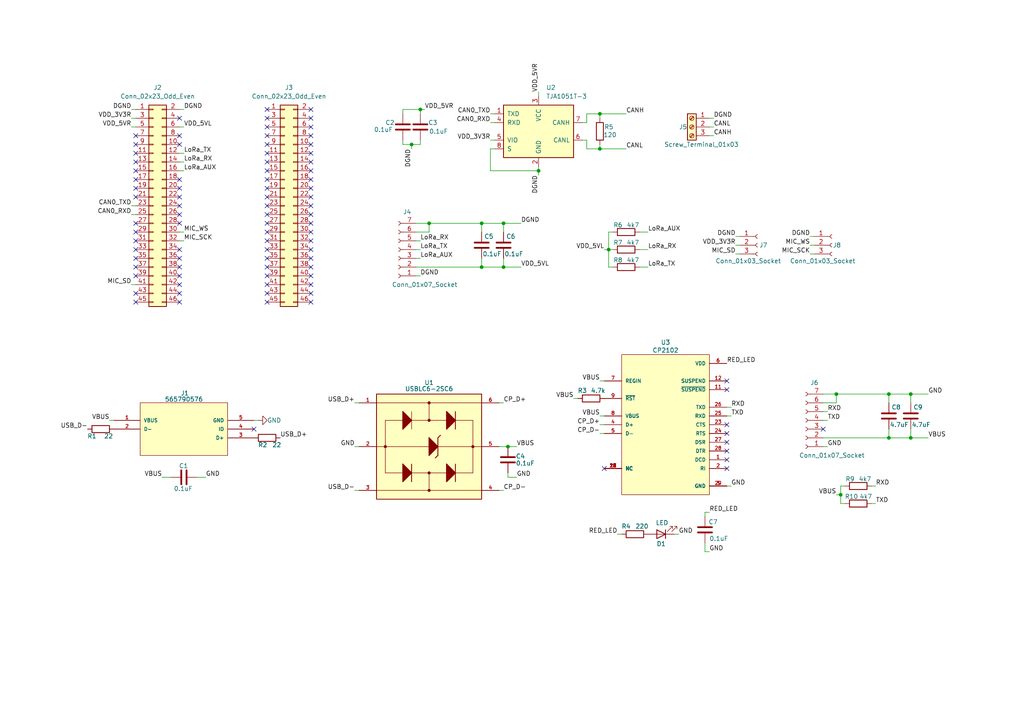
<source format=kicad_sch>
(kicad_sch (version 20231120) (generator "eeschema") (generator_version "8.0")
  (paper "A4")
  (lib_symbols
    (symbol "565790576:565790576" (pin_names (offset 1.016))
      (property "Reference" "J" (at 15.5956 9.1186 0))
      (property "Value" "565790576" (at 14.9606 6.5786 0))
      (symbol "565790576_0_0"
        (rectangle (start 7.62 -10.16) (end 33.02 5.08) (stroke (width 0.1524)) (fill (type background)))
        (pin power_in line (at 0 0 0) (length 7.62) (name "VBUS") (number "1"))
        (pin bidirectional line (at 0 -2.54 0) (length 7.62) (name "D-") (number "2"))
        (pin bidirectional line (at 40.64 -5.08 180) (length 7.62) (name "D+") (number "3"))
        (pin bidirectional line (at 40.64 -2.54 180) (length 7.62) (name "ID") (number "4"))
        (pin passive line (at 40.64 0 180) (length 7.62) (name "GND") (number "5"))
      )
    )
    (symbol "CP2102:CP2102" (pin_names (offset 1.016))
      (property "Reference" "U" (at -12.7 21.082 0))
      (property "Value" "CP2102" (at -12.7 -22.86 0))
      (symbol "CP2102_0_0"
        (rectangle (start -12.7 -20.32) (end 12.7 20.32) (stroke (width 0.1524)) (fill (type background)))
        (pin input line (at 17.78 -10.16 180) (length 5.08) (name "DCD") (number "1"))
        (pin passive line (at -17.78 -12.7 0) (length 5.08) (name "NC") (number "10"))
        (pin output line (at 17.78 10.16 180) (length 5.08) (name "~{SUSPEND}") (number "11"))
        (pin output line (at 17.78 12.7 180) (length 5.08) (name "SUSPEND") (number "12"))
        (pin passive line (at -17.78 -12.7 0) (length 5.08) (name "NC") (number "13"))
        (pin passive line (at -17.78 -12.7 0) (length 5.08) (name "NC") (number "14"))
        (pin passive line (at -17.78 -12.7 0) (length 5.08) (name "NC") (number "15"))
        (pin passive line (at -17.78 -12.7 0) (length 5.08) (name "NC") (number "16"))
        (pin passive line (at -17.78 -12.7 0) (length 5.08) (name "NC") (number "17"))
        (pin passive line (at -17.78 -12.7 0) (length 5.08) (name "NC") (number "18"))
        (pin passive line (at -17.78 -12.7 0) (length 5.08) (name "NC") (number "19"))
        (pin input line (at 17.78 -12.7 180) (length 5.08) (name "RI") (number "2"))
        (pin passive line (at -17.78 -12.7 0) (length 5.08) (name "NC") (number "20"))
        (pin passive line (at -17.78 -12.7 0) (length 5.08) (name "NC") (number "21"))
        (pin passive line (at -17.78 -12.7 0) (length 5.08) (name "NC") (number "22"))
        (pin input line (at 17.78 0 180) (length 5.08) (name "CTS") (number "23"))
        (pin output line (at 17.78 -2.54 180) (length 5.08) (name "RTS") (number "24"))
        (pin input line (at 17.78 2.54 180) (length 5.08) (name "RXD") (number "25"))
        (pin output line (at 17.78 5.08 180) (length 5.08) (name "TXD") (number "26"))
        (pin input line (at 17.78 -5.08 180) (length 5.08) (name "DSR") (number "27"))
        (pin output line (at 17.78 -7.62 180) (length 5.08) (name "DTR") (number "28"))
        (pin power_in line (at 17.78 -17.78 180) (length 5.08) (name "GND") (number "29"))
        (pin power_in line (at 17.78 -17.78 180) (length 5.08) (name "GND") (number "3"))
        (pin bidirectional line (at -17.78 0 0) (length 5.08) (name "D+") (number "4"))
        (pin bidirectional line (at -17.78 -2.54 0) (length 5.08) (name "D-") (number "5"))
        (pin power_in line (at 17.78 17.78 180) (length 5.08) (name "VDD") (number "6"))
        (pin input line (at -17.78 12.7 0) (length 5.08) (name "REGIN") (number "7"))
        (pin input line (at -17.78 2.54 0) (length 5.08) (name "VBUS") (number "8"))
        (pin bidirectional line (at -17.78 7.62 0) (length 5.08) (name "~{RST}") (number "9"))
      )
    )
    (symbol "Connector:Conn_01x03_Socket" (pin_names (offset 1.016) hide)
      (property "Reference" "J" (at 0 5.08 0))
      (property "Value" "Conn_01x03_Socket" (at 0 -5.08 0))
      (symbol "Conn_01x03_Socket_1_1"
        (arc (start 0 -2.032) (mid -0.5058 -2.54) (end 0 -3.048) (stroke (width 0.1524)))
        (polyline (pts (xy -1.27 -2.54) (xy -0.508 -2.54)) (stroke (width 0.1524)))
        (polyline (pts (xy -1.27 0) (xy -0.508 0)) (stroke (width 0.1524)))
        (polyline (pts (xy -1.27 2.54) (xy -0.508 2.54)) (stroke (width 0.1524)))
        (arc (start 0 0.508) (mid -0.5058 0) (end 0 -0.508) (stroke (width 0.1524)))
        (arc (start 0 3.048) (mid -0.5058 2.54) (end 0 2.032) (stroke (width 0.1524)))
        (pin passive line (at -5.08 2.54 0) (length 3.81) (name "Pin_1") (number "1"))
        (pin passive line (at -5.08 0 0) (length 3.81) (name "Pin_2") (number "2"))
        (pin passive line (at -5.08 -2.54 0) (length 3.81) (name "Pin_3") (number "3"))
      )
    )
    (symbol "Connector:Conn_01x07_Socket" (pin_names (offset 1.016) hide)
      (property "Reference" "J" (at 0 10.16 0))
      (property "Value" "Conn_01x07_Socket" (at 0 -10.16 0))
      (symbol "Conn_01x07_Socket_1_1"
        (arc (start 0 -7.112) (mid -0.5058 -7.62) (end 0 -8.128) (stroke (width 0.1524)))
        (arc (start 0 -4.572) (mid -0.5058 -5.08) (end 0 -5.588) (stroke (width 0.1524)))
        (arc (start 0 -2.032) (mid -0.5058 -2.54) (end 0 -3.048) (stroke (width 0.1524)))
        (polyline (pts (xy -1.27 -7.62) (xy -0.508 -7.62)) (stroke (width 0.1524)))
        (polyline (pts (xy -1.27 -5.08) (xy -0.508 -5.08)) (stroke (width 0.1524)))
        (polyline (pts (xy -1.27 -2.54) (xy -0.508 -2.54)) (stroke (width 0.1524)))
        (polyline (pts (xy -1.27 0) (xy -0.508 0)) (stroke (width 0.1524)))
        (polyline (pts (xy -1.27 2.54) (xy -0.508 2.54)) (stroke (width 0.1524)))
        (polyline (pts (xy -1.27 5.08) (xy -0.508 5.08)) (stroke (width 0.1524)))
        (polyline (pts (xy -1.27 7.62) (xy -0.508 7.62)) (stroke (width 0.1524)))
        (arc (start 0 0.508) (mid -0.5058 0) (end 0 -0.508) (stroke (width 0.1524)))
        (arc (start 0 3.048) (mid -0.5058 2.54) (end 0 2.032) (stroke (width 0.1524)))
        (arc (start 0 5.588) (mid -0.5058 5.08) (end 0 4.572) (stroke (width 0.1524)))
        (arc (start 0 8.128) (mid -0.5058 7.62) (end 0 7.112) (stroke (width 0.1524)))
        (pin passive line (at -5.08 7.62 0) (length 3.81) (name "Pin_1") (number "1"))
        (pin passive line (at -5.08 5.08 0) (length 3.81) (name "Pin_2") (number "2"))
        (pin passive line (at -5.08 2.54 0) (length 3.81) (name "Pin_3") (number "3"))
        (pin passive line (at -5.08 0 0) (length 3.81) (name "Pin_4") (number "4"))
        (pin passive line (at -5.08 -2.54 0) (length 3.81) (name "Pin_5") (number "5"))
        (pin passive line (at -5.08 -5.08 0) (length 3.81) (name "Pin_6") (number "6"))
        (pin passive line (at -5.08 -7.62 0) (length 3.81) (name "Pin_7") (number "7"))
      )
    )
    (symbol "Connector:Screw_Terminal_01x03" (pin_names (offset 1.016) hide)
      (property "Reference" "J" (at 0 5.08 0))
      (property "Value" "Screw_Terminal_01x03" (at 0 -5.08 0))
      (symbol "Screw_Terminal_01x03_1_1"
        (rectangle (start -1.27 3.81) (end 1.27 -3.81) (stroke (width 0.254)) (fill (type background)))
        (circle (center 0 -2.54) (radius 0.635) (stroke (width 0.1524)))
        (polyline (pts (xy -0.5334 -2.2098) (xy 0.3302 -3.048)) (stroke (width 0.1524)))
        (polyline (pts (xy -0.5334 0.3302) (xy 0.3302 -0.508)) (stroke (width 0.1524)))
        (polyline (pts (xy -0.5334 2.8702) (xy 0.3302 2.032)) (stroke (width 0.1524)))
        (polyline (pts (xy -0.3556 -2.032) (xy 0.508 -2.8702)) (stroke (width 0.1524)))
        (polyline (pts (xy -0.3556 0.508) (xy 0.508 -0.3302)) (stroke (width 0.1524)))
        (polyline (pts (xy -0.3556 3.048) (xy 0.508 2.2098)) (stroke (width 0.1524)))
        (circle (center 0 0) (radius 0.635) (stroke (width 0.1524)))
        (circle (center 0 2.54) (radius 0.635) (stroke (width 0.1524)))
        (pin passive line (at -5.08 2.54 0) (length 3.81) (name "Pin_1") (number "1"))
        (pin passive line (at -5.08 0 0) (length 3.81) (name "Pin_2") (number "2"))
        (pin passive line (at -5.08 -2.54 0) (length 3.81) (name "Pin_3") (number "3"))
      )
    )
    (symbol "Connector_Generic:Conn_02x23_Odd_Even" (pin_names (offset 1.016) hide)
      (property "Reference" "J" (at 1.27 30.48 0))
      (property "Value" "Conn_02x23_Odd_Even" (at 1.27 -30.48 0))
      (symbol "Conn_02x23_Odd_Even_1_1"
        (rectangle (start -1.27 -27.813) (end 0 -28.067) (stroke (width 0.1524)))
        (rectangle (start -1.27 -25.273) (end 0 -25.527) (stroke (width 0.1524)))
        (rectangle (start -1.27 -22.733) (end 0 -22.987) (stroke (width 0.1524)))
        (rectangle (start -1.27 -20.193) (end 0 -20.447) (stroke (width 0.1524)))
        (rectangle (start -1.27 -17.653) (end 0 -17.907) (stroke (width 0.1524)))
        (rectangle (start -1.27 -15.113) (end 0 -15.367) (stroke (width 0.1524)))
        (rectangle (start -1.27 -12.573) (end 0 -12.827) (stroke (width 0.1524)))
        (rectangle (start -1.27 -10.033) (end 0 -10.287) (stroke (width 0.1524)))
        (rectangle (start -1.27 -7.493) (end 0 -7.747) (stroke (width 0.1524)))
        (rectangle (start -1.27 -4.953) (end 0 -5.207) (stroke (width 0.1524)))
        (rectangle (start -1.27 -2.413) (end 0 -2.667) (stroke (width 0.1524)))
        (rectangle (start -1.27 0.127) (end 0 -0.127) (stroke (width 0.1524)))
        (rectangle (start -1.27 2.667) (end 0 2.413) (stroke (width 0.1524)))
        (rectangle (start -1.27 5.207) (end 0 4.953) (stroke (width 0.1524)))
        (rectangle (start -1.27 7.747) (end 0 7.493) (stroke (width 0.1524)))
        (rectangle (start -1.27 10.287) (end 0 10.033) (stroke (width 0.1524)))
        (rectangle (start -1.27 12.827) (end 0 12.573) (stroke (width 0.1524)))
        (rectangle (start -1.27 15.367) (end 0 15.113) (stroke (width 0.1524)))
        (rectangle (start -1.27 17.907) (end 0 17.653) (stroke (width 0.1524)))
        (rectangle (start -1.27 20.447) (end 0 20.193) (stroke (width 0.1524)))
        (rectangle (start -1.27 22.987) (end 0 22.733) (stroke (width 0.1524)))
        (rectangle (start -1.27 25.527) (end 0 25.273) (stroke (width 0.1524)))
        (rectangle (start -1.27 28.067) (end 0 27.813) (stroke (width 0.1524)))
        (rectangle (start -1.27 29.21) (end 3.81 -29.21) (stroke (width 0.254)) (fill (type background)))
        (rectangle (start 3.81 -27.813) (end 2.54 -28.067) (stroke (width 0.1524)))
        (rectangle (start 3.81 -25.273) (end 2.54 -25.527) (stroke (width 0.1524)))
        (rectangle (start 3.81 -22.733) (end 2.54 -22.987) (stroke (width 0.1524)))
        (rectangle (start 3.81 -20.193) (end 2.54 -20.447) (stroke (width 0.1524)))
        (rectangle (start 3.81 -17.653) (end 2.54 -17.907) (stroke (width 0.1524)))
        (rectangle (start 3.81 -15.113) (end 2.54 -15.367) (stroke (width 0.1524)))
        (rectangle (start 3.81 -12.573) (end 2.54 -12.827) (stroke (width 0.1524)))
        (rectangle (start 3.81 -10.033) (end 2.54 -10.287) (stroke (width 0.1524)))
        (rectangle (start 3.81 -7.493) (end 2.54 -7.747) (stroke (width 0.1524)))
        (rectangle (start 3.81 -4.953) (end 2.54 -5.207) (stroke (width 0.1524)))
        (rectangle (start 3.81 -2.413) (end 2.54 -2.667) (stroke (width 0.1524)))
        (rectangle (start 3.81 0.127) (end 2.54 -0.127) (stroke (width 0.1524)))
        (rectangle (start 3.81 2.667) (end 2.54 2.413) (stroke (width 0.1524)))
        (rectangle (start 3.81 5.207) (end 2.54 4.953) (stroke (width 0.1524)))
        (rectangle (start 3.81 7.747) (end 2.54 7.493) (stroke (width 0.1524)))
        (rectangle (start 3.81 10.287) (end 2.54 10.033) (stroke (width 0.1524)))
        (rectangle (start 3.81 12.827) (end 2.54 12.573) (stroke (width 0.1524)))
        (rectangle (start 3.81 15.367) (end 2.54 15.113) (stroke (width 0.1524)))
        (rectangle (start 3.81 17.907) (end 2.54 17.653) (stroke (width 0.1524)))
        (rectangle (start 3.81 20.447) (end 2.54 20.193) (stroke (width 0.1524)))
        (rectangle (start 3.81 22.987) (end 2.54 22.733) (stroke (width 0.1524)))
        (rectangle (start 3.81 25.527) (end 2.54 25.273) (stroke (width 0.1524)))
        (rectangle (start 3.81 28.067) (end 2.54 27.813) (stroke (width 0.1524)))
        (pin passive line (at -5.08 27.94 0) (length 3.81) (name "Pin_1") (number "1"))
        (pin passive line (at 7.62 17.78 180) (length 3.81) (name "Pin_10") (number "10"))
        (pin passive line (at -5.08 15.24 0) (length 3.81) (name "Pin_11") (number "11"))
        (pin passive line (at 7.62 15.24 180) (length 3.81) (name "Pin_12") (number "12"))
        (pin passive line (at -5.08 12.7 0) (length 3.81) (name "Pin_13") (number "13"))
        (pin passive line (at 7.62 12.7 180) (length 3.81) (name "Pin_14") (number "14"))
        (pin passive line (at -5.08 10.16 0) (length 3.81) (name "Pin_15") (number "15"))
        (pin passive line (at 7.62 10.16 180) (length 3.81) (name "Pin_16") (number "16"))
        (pin passive line (at -5.08 7.62 0) (length 3.81) (name "Pin_17") (number "17"))
        (pin passive line (at 7.62 7.62 180) (length 3.81) (name "Pin_18") (number "18"))
        (pin passive line (at -5.08 5.08 0) (length 3.81) (name "Pin_19") (number "19"))
        (pin passive line (at 7.62 27.94 180) (length 3.81) (name "Pin_2") (number "2"))
        (pin passive line (at 7.62 5.08 180) (length 3.81) (name "Pin_20") (number "20"))
        (pin passive line (at -5.08 2.54 0) (length 3.81) (name "Pin_21") (number "21"))
        (pin passive line (at 7.62 2.54 180) (length 3.81) (name "Pin_22") (number "22"))
        (pin passive line (at -5.08 0 0) (length 3.81) (name "Pin_23") (number "23"))
        (pin passive line (at 7.62 0 180) (length 3.81) (name "Pin_24") (number "24"))
        (pin passive line (at -5.08 -2.54 0) (length 3.81) (name "Pin_25") (number "25"))
        (pin passive line (at 7.62 -2.54 180) (length 3.81) (name "Pin_26") (number "26"))
        (pin passive line (at -5.08 -5.08 0) (length 3.81) (name "Pin_27") (number "27"))
        (pin passive line (at 7.62 -5.08 180) (length 3.81) (name "Pin_28") (number "28"))
        (pin passive line (at -5.08 -7.62 0) (length 3.81) (name "Pin_29") (number "29"))
        (pin passive line (at -5.08 25.4 0) (length 3.81) (name "Pin_3") (number "3"))
        (pin passive line (at 7.62 -7.62 180) (length 3.81) (name "Pin_30") (number "30"))
        (pin passive line (at -5.08 -10.16 0) (length 3.81) (name "Pin_31") (number "31"))
        (pin passive line (at 7.62 -10.16 180) (length 3.81) (name "Pin_32") (number "32"))
        (pin passive line (at -5.08 -12.7 0) (length 3.81) (name "Pin_33") (number "33"))
        (pin passive line (at 7.62 -12.7 180) (length 3.81) (name "Pin_34") (number "34"))
        (pin passive line (at -5.08 -15.24 0) (length 3.81) (name "Pin_35") (number "35"))
        (pin passive line (at 7.62 -15.24 180) (length 3.81) (name "Pin_36") (number "36"))
        (pin passive line (at -5.08 -17.78 0) (length 3.81) (name "Pin_37") (number "37"))
        (pin passive line (at 7.62 -17.78 180) (length 3.81) (name "Pin_38") (number "38"))
        (pin passive line (at -5.08 -20.32 0) (length 3.81) (name "Pin_39") (number "39"))
        (pin passive line (at 7.62 25.4 180) (length 3.81) (name "Pin_4") (number "4"))
        (pin passive line (at 7.62 -20.32 180) (length 3.81) (name "Pin_40") (number "40"))
        (pin passive line (at -5.08 -22.86 0) (length 3.81) (name "Pin_41") (number "41"))
        (pin passive line (at 7.62 -22.86 180) (length 3.81) (name "Pin_42") (number "42"))
        (pin passive line (at -5.08 -25.4 0) (length 3.81) (name "Pin_43") (number "43"))
        (pin passive line (at 7.62 -25.4 180) (length 3.81) (name "Pin_44") (number "44"))
        (pin passive line (at -5.08 -27.94 0) (length 3.81) (name "Pin_45") (number "45"))
        (pin passive line (at 7.62 -27.94 180) (length 3.81) (name "Pin_46") (number "46"))
        (pin passive line (at -5.08 22.86 0) (length 3.81) (name "Pin_5") (number "5"))
        (pin passive line (at 7.62 22.86 180) (length 3.81) (name "Pin_6") (number "6"))
        (pin passive line (at -5.08 20.32 0) (length 3.81) (name "Pin_7") (number "7"))
        (pin passive line (at 7.62 20.32 180) (length 3.81) (name "Pin_8") (number "8"))
        (pin passive line (at -5.08 17.78 0) (length 3.81) (name "Pin_9") (number "9"))
      )
    )
    (symbol "Device:C" (pin_numbers hide) (pin_names (offset 0.254))
      (property "Reference" "C" (at 0.635 2.54 0))
      (property "Value" "C" (at 0.635 -2.54 0))
      (symbol "C_0_1"
        (polyline (pts (xy -2.032 -0.762) (xy 2.032 -0.762)) (stroke (width 0.508)))
        (polyline (pts (xy -2.032 0.762) (xy 2.032 0.762)) (stroke (width 0.508)))
      )
      (symbol "C_1_1"
        (pin passive line (at 0 3.81 270) (length 2.794) (name "~") (number "1"))
        (pin passive line (at 0 -3.81 90) (length 2.794) (name "~") (number "2"))
      )
    )
    (symbol "Device:LED" (pin_numbers hide) (pin_names (offset 1.016) hide)
      (property "Reference" "D" (at 0 2.54 0))
      (property "Value" "LED" (at 0 -2.54 0))
      (symbol "LED_0_1"
        (polyline (pts (xy -1.27 -1.27) (xy -1.27 1.27)) (stroke (width 0.254)))
        (polyline (pts (xy -1.27 0) (xy 1.27 0)))
        (polyline (pts (xy 1.27 -1.27) (xy 1.27 1.27) (xy -1.27 0) (xy 1.27 -1.27)) (stroke (width 0.254)))
        (polyline (pts (xy -3.048 -0.762) (xy -4.572 -2.286) (xy -3.81 -2.286) (xy -4.572 -2.286) (xy -4.572 -1.524)))
        (polyline (pts (xy -1.778 -0.762) (xy -3.302 -2.286) (xy -2.54 -2.286) (xy -3.302 -2.286) (xy -3.302 -1.524)))
      )
      (symbol "LED_1_1"
        (pin passive line (at -3.81 0 0) (length 2.54) (name "K") (number "1"))
        (pin passive line (at 3.81 0 180) (length 2.54) (name "A") (number "2"))
      )
    )
    (symbol "Device:R" (pin_numbers hide) (pin_names (offset 0))
      (property "Reference" "R" (at 2.032 0 90))
      (property "Value" "R" (at 0 0 90))
      (symbol "R_0_1"
        (rectangle (start -1.016 -2.54) (end 1.016 2.54) (stroke (width 0.254)))
      )
      (symbol "R_1_1"
        (pin passive line (at 0 3.81 270) (length 1.27) (name "~") (number "1"))
        (pin passive line (at 0 -3.81 90) (length 1.27) (name "~") (number "2"))
      )
    )
    (symbol "Interface_CAN_LIN:TJA1051T-3" (pin_names (offset 1.016))
      (property "Reference" "U" (at -10.16 8.89 0))
      (property "Value" "TJA1051T-3" (at 1.27 8.89 0))
      (symbol "TJA1051T-3_0_1"
        (rectangle (start -10.16 7.62) (end 10.16 -7.62) (stroke (width 0.254)) (fill (type background)))
      )
      (symbol "TJA1051T-3_1_1"
        (pin input line (at -12.7 5.08 0) (length 2.54) (name "TXD") (number "1"))
        (pin power_in line (at 0 -10.16 90) (length 2.54) (name "GND") (number "2"))
        (pin power_in line (at 0 10.16 270) (length 2.54) (name "VCC") (number "3"))
        (pin output line (at -12.7 2.54 0) (length 2.54) (name "RXD") (number "4"))
        (pin power_in line (at -12.7 -2.54 0) (length 2.54) (name "VIO") (number "5"))
        (pin bidirectional line (at 12.7 -2.54 180) (length 2.54) (name "CANL") (number "6"))
        (pin bidirectional line (at 12.7 2.54 180) (length 2.54) (name "CANH") (number "7"))
        (pin input line (at -12.7 -5.08 0) (length 2.54) (name "S") (number "8"))
      )
    )
    (symbol "USBLC6-2SC6_SnapEDA:USBLC6-2SC6" (pin_names (offset 1.016))
      (property "Reference" "U" (at -15.2693 17.8093 0))
      (property "Value" "USBLC6-2SC6" (at -15.2559 -17.7959 0))
      (symbol "USBLC6-2SC6_0_0"
        (rectangle (start -15.24 -15.24) (end 15.24 15.24) (stroke (width 0.254)) (fill (type background)))
        (circle (center -12.7 0) (radius 0.254) (stroke (width 0.381)))
        (circle (center 0 -12.7) (radius 0.254) (stroke (width 0.381)))
        (circle (center 0 -7.62) (radius 0.254) (stroke (width 0.381)))
        (polyline (pts (xy -15.24 -12.7) (xy 0 -12.7)) (stroke (width 0.1524)))
        (polyline (pts (xy -15.24 12.7) (xy 0 12.7)) (stroke (width 0.1524)))
        (polyline (pts (xy -12.7 -7.62) (xy -7.62 -7.62)) (stroke (width 0.1524)))
        (polyline (pts (xy -12.7 0) (xy -15.24 0)) (stroke (width 0.1524)))
        (polyline (pts (xy -12.7 0) (xy -12.7 -7.62)) (stroke (width 0.1524)))
        (polyline (pts (xy -12.7 0) (xy 0 0)) (stroke (width 0.1524)))
        (polyline (pts (xy -12.7 7.62) (xy -12.7 0)) (stroke (width 0.1524)))
        (polyline (pts (xy -12.7 7.62) (xy -7.62 7.62)) (stroke (width 0.1524)))
        (polyline (pts (xy -7.62 -10.16) (xy -7.62 -7.62)) (stroke (width 0.254)))
        (polyline (pts (xy -7.62 -7.62) (xy -7.62 -5.08)) (stroke (width 0.254)))
        (polyline (pts (xy -7.62 -5.08) (xy -5.08 -7.62)) (stroke (width 0.254)))
        (polyline (pts (xy -7.62 5.08) (xy -7.62 7.62)) (stroke (width 0.254)))
        (polyline (pts (xy -7.62 7.62) (xy -7.62 10.16)) (stroke (width 0.254)))
        (polyline (pts (xy -7.62 10.16) (xy -5.08 7.62)) (stroke (width 0.254)))
        (polyline (pts (xy -5.08 -7.62) (xy -7.62 -10.16)) (stroke (width 0.254)))
        (polyline (pts (xy -5.08 -7.62) (xy -5.08 -10.16)) (stroke (width 0.254)))
        (polyline (pts (xy -5.08 -7.62) (xy 0 -7.62)) (stroke (width 0.1524)))
        (polyline (pts (xy -5.08 -5.08) (xy -5.08 -7.62)) (stroke (width 0.254)))
        (polyline (pts (xy -5.08 7.62) (xy -7.62 5.08)) (stroke (width 0.254)))
        (polyline (pts (xy -5.08 7.62) (xy -5.08 5.08)) (stroke (width 0.1524)))
        (polyline (pts (xy -5.08 7.62) (xy 0 7.62)) (stroke (width 0.1524)))
        (polyline (pts (xy -5.08 10.16) (xy -5.08 7.62)) (stroke (width 0.1524)))
        (polyline (pts (xy 0 -7.62) (xy 0 -12.7)) (stroke (width 0.1524)))
        (polyline (pts (xy 0 -7.62) (xy 5.08 -7.62)) (stroke (width 0.1524)))
        (polyline (pts (xy 0 -2.54) (xy 0 0)) (stroke (width 0.254)))
        (polyline (pts (xy 0 0) (xy 0 2.54)) (stroke (width 0.254)))
        (polyline (pts (xy 0 2.54) (xy 2.54 0)) (stroke (width 0.254)))
        (polyline (pts (xy 0 7.62) (xy 0 12.7)) (stroke (width 0.1524)))
        (polyline (pts (xy 0 7.62) (xy 5.08 7.62)) (stroke (width 0.1524)))
        (polyline (pts (xy 0 12.7) (xy 15.24 12.7)) (stroke (width 0.1524)))
        (polyline (pts (xy 2.54 -2.54) (xy 1.778 -3.302)) (stroke (width 0.254)))
        (polyline (pts (xy 2.54 0) (xy 0 -2.54)) (stroke (width 0.254)))
        (polyline (pts (xy 2.54 0) (xy 12.7 0)) (stroke (width 0.1524)))
        (polyline (pts (xy 2.54 2.54) (xy 2.54 -2.54)) (stroke (width 0.254)))
        (polyline (pts (xy 2.54 2.54) (xy 3.302 3.302)) (stroke (width 0.254)))
        (polyline (pts (xy 5.08 -10.16) (xy 5.08 -7.62)) (stroke (width 0.254)))
        (polyline (pts (xy 5.08 -7.62) (xy 5.08 -5.08)) (stroke (width 0.254)))
        (polyline (pts (xy 5.08 -5.08) (xy 7.62 -7.62)) (stroke (width 0.254)))
        (polyline (pts (xy 5.08 5.08) (xy 5.08 7.62)) (stroke (width 0.254)))
        (polyline (pts (xy 5.08 7.62) (xy 5.08 10.16)) (stroke (width 0.254)))
        (polyline (pts (xy 5.08 10.16) (xy 7.62 7.62)) (stroke (width 0.254)))
        (polyline (pts (xy 7.62 -7.62) (xy 5.08 -10.16)) (stroke (width 0.254)))
        (polyline (pts (xy 7.62 -7.62) (xy 7.62 -10.16)) (stroke (width 0.254)))
        (polyline (pts (xy 7.62 -7.62) (xy 12.7 -7.62)) (stroke (width 0.1524)))
        (polyline (pts (xy 7.62 -5.08) (xy 7.62 -7.62)) (stroke (width 0.254)))
        (polyline (pts (xy 7.62 7.62) (xy 5.08 5.08)) (stroke (width 0.254)))
        (polyline (pts (xy 7.62 7.62) (xy 7.62 5.08)) (stroke (width 0.254)))
        (polyline (pts (xy 7.62 7.62) (xy 12.7 7.62)) (stroke (width 0.1524)))
        (polyline (pts (xy 7.62 10.16) (xy 7.62 7.62)) (stroke (width 0.254)))
        (polyline (pts (xy 12.7 0) (xy 12.7 -7.62)) (stroke (width 0.1524)))
        (polyline (pts (xy 12.7 0) (xy 15.24 0)) (stroke (width 0.1524)))
        (polyline (pts (xy 12.7 7.62) (xy 12.7 0)) (stroke (width 0.1524)))
        (polyline (pts (xy 15.24 -12.7) (xy 0 -12.7)) (stroke (width 0.1524)))
        (polyline (pts (xy -7.62 -5.08) (xy -7.62 -10.16) (xy -5.08 -7.62) (xy -7.62 -5.08)) (stroke (width 0.254)) (fill (type outline)))
        (polyline (pts (xy -7.62 10.16) (xy -7.62 5.08) (xy -5.08 7.62) (xy -7.62 10.16)) (stroke (width 0.254)) (fill (type outline)))
        (polyline (pts (xy 0 2.54) (xy 0 -2.54) (xy 2.54 0) (xy 0 2.54)) (stroke (width 0.254)) (fill (type outline)))
        (polyline (pts (xy 5.08 -5.08) (xy 5.08 -10.16) (xy 7.62 -7.62) (xy 5.08 -5.08)) (stroke (width 0.254)) (fill (type outline)))
        (polyline (pts (xy 5.08 10.16) (xy 5.08 5.08) (xy 7.62 7.62) (xy 5.08 10.16)) (stroke (width 0.254)) (fill (type outline)))
        (circle (center 0 7.62) (radius 0.254) (stroke (width 0.381)))
        (circle (center 0 12.7) (radius 0.254) (stroke (width 0.381)))
        (circle (center 12.7 0) (radius 0.254) (stroke (width 0.381)))
        (pin bidirectional line (at -20.32 12.7 0) (length 5.08) (name "~") (number "1"))
        (pin power_in line (at -20.32 0 0) (length 5.08) (name "~") (number "2"))
        (pin bidirectional line (at -20.32 -12.7 0) (length 5.08) (name "~") (number "3"))
        (pin bidirectional line (at 20.32 -12.7 180) (length 5.08) (name "~") (number "4"))
        (pin power_in line (at 20.32 0 180) (length 5.08) (name "~") (number "5"))
        (pin bidirectional line (at 20.32 12.7 180) (length 5.08) (name "~") (number "6"))
      )
    )
    (symbol "power:GND" (power) (pin_numbers hide) (pin_names (offset 0) hide)
      (property "Value" "GND" (at 0 -3.81 0))
      (symbol "GND_0_1"
        (polyline (pts (xy 0 0) (xy 0 -1.27) (xy 1.27 -1.27) (xy 0 -2.54) (xy -1.27 -1.27) (xy 0 -1.27)))
      )
      (symbol "GND_1_1"
        (pin power_in line (at 0 0 270) (length 0) (name "~") (number "1"))
      )
    )
  )
  (junction (at 243.84 143.51))
  (junction (at 242.57 114.3))
  (junction (at 264.16 127))
  (junction (at 121.92 31.75))
  (junction (at 139.7 64.77))
  (junction (at 173.99 43.18))
  (junction (at 257.81 127))
  (junction (at 119.38 41.91))
  (junction (at 146.05 64.77))
  (junction (at 124.46 64.77))
  (junction (at 156.21 49.53))
  (junction (at 173.99 33.02))
  (junction (at 257.81 114.3))
  (junction (at 264.16 114.3))
  (junction (at 139.7 77.47))
  (junction (at 176.53 72.39))
  (junction (at 146.05 77.47))
  (junction (at 147.32 129.54))
  (no_connect (at 90.17 57.15))
  (no_connect (at 77.47 69.85))
  (no_connect (at 39.37 69.85))
  (no_connect (at 77.47 80.01))
  (no_connect (at 90.17 39.37))
  (no_connect (at 90.17 44.45))
  (no_connect (at 77.47 82.55))
  (no_connect (at 52.07 72.39))
  (no_connect (at 39.37 80.01))
  (no_connect (at 52.07 62.23))
  (no_connect (at 39.37 46.99))
  (no_connect (at 77.47 57.15))
  (no_connect (at 39.37 57.15))
  (no_connect (at 52.07 41.91))
  (no_connect (at 210.82 135.89))
  (no_connect (at 77.47 52.07))
  (no_connect (at 77.47 31.75))
  (no_connect (at 90.17 87.63))
  (no_connect (at 77.47 46.99))
  (no_connect (at 175.26 135.89))
  (no_connect (at 77.47 62.23))
  (no_connect (at 210.82 123.19))
  (no_connect (at 39.37 87.63))
  (no_connect (at 52.07 59.69))
  (no_connect (at 39.37 39.37))
  (no_connect (at 90.17 31.75))
  (no_connect (at 77.47 74.93))
  (no_connect (at 90.17 85.09))
  (no_connect (at 90.17 62.23))
  (no_connect (at 77.47 41.91))
  (no_connect (at 90.17 59.69))
  (no_connect (at 77.47 85.09))
  (no_connect (at 52.07 80.01))
  (no_connect (at 39.37 85.09))
  (no_connect (at 52.07 85.09))
  (no_connect (at 90.17 74.93))
  (no_connect (at 39.37 54.61))
  (no_connect (at 90.17 54.61))
  (no_connect (at 77.47 77.47))
  (no_connect (at 52.07 54.61))
  (no_connect (at 77.47 64.77))
  (no_connect (at 77.47 87.63))
  (no_connect (at 52.07 39.37))
  (no_connect (at 210.82 113.03))
  (no_connect (at 52.07 34.29))
  (no_connect (at 52.07 57.15))
  (no_connect (at 77.47 67.31))
  (no_connect (at 90.17 69.85))
  (no_connect (at 39.37 41.91))
  (no_connect (at 52.07 52.07))
  (no_connect (at 90.17 64.77))
  (no_connect (at 238.76 124.46))
  (no_connect (at 39.37 67.31))
  (no_connect (at 90.17 41.91))
  (no_connect (at 210.82 130.81))
  (no_connect (at 52.07 77.47))
  (no_connect (at 90.17 72.39))
  (no_connect (at 77.47 39.37))
  (no_connect (at 52.07 87.63))
  (no_connect (at 90.17 36.83))
  (no_connect (at 39.37 52.07))
  (no_connect (at 52.07 74.93))
  (no_connect (at 210.82 128.27))
  (no_connect (at 73.66 124.46))
  (no_connect (at 52.07 64.77))
  (no_connect (at 39.37 77.47))
  (no_connect (at 77.47 34.29))
  (no_connect (at 39.37 74.93))
  (no_connect (at 90.17 82.55))
  (no_connect (at 90.17 80.01))
  (no_connect (at 90.17 77.47))
  (no_connect (at 39.37 64.77))
  (no_connect (at 77.47 59.69))
  (no_connect (at 90.17 34.29))
  (no_connect (at 39.37 49.53))
  (no_connect (at 90.17 46.99))
  (no_connect (at 77.47 49.53))
  (no_connect (at 90.17 67.31))
  (no_connect (at 77.47 36.83))
  (no_connect (at 77.47 54.61))
  (no_connect (at 39.37 44.45))
  (no_connect (at 90.17 52.07))
  (no_connect (at 90.17 49.53))
  (no_connect (at 210.82 125.73))
  (no_connect (at 39.37 72.39))
  (no_connect (at 210.82 133.35))
  (no_connect (at 52.07 82.55))
  (no_connect (at 77.47 72.39))
  (no_connect (at 77.47 44.45))
  (no_connect (at 210.82 110.49))
  (wire (pts (xy 156.21 49.53) (xy 156.21 50.8)))
  (wire (pts (xy 52.07 44.45) (xy 53.34 44.45)))
  (wire (pts (xy 139.7 74.93) (xy 139.7 77.47)))
  (wire (pts (xy 173.99 43.18) (xy 173.99 41.91)))
  (wire (pts (xy 120.65 74.93) (xy 121.92 74.93)))
  (wire (pts (xy 52.07 46.99) (xy 53.34 46.99)))
  (wire (pts (xy 156.21 49.53) (xy 156.21 48.26)))
  (wire (pts (xy 242.57 116.84) (xy 242.57 114.3)))
  (wire (pts (xy 173.99 125.73) (xy 175.26 125.73)))
  (wire (pts (xy 195.58 154.94) (xy 196.85 154.94)))
  (wire (pts (xy 213.36 73.66) (xy 214.63 73.66)))
  (wire (pts (xy 52.07 69.85) (xy 53.34 69.85)))
  (wire (pts (xy 142.24 49.53) (xy 156.21 49.53)))
  (wire (pts (xy 176.53 77.47) (xy 176.53 72.39)))
  (wire (pts (xy 173.99 33.02) (xy 173.99 34.29)))
  (wire (pts (xy 264.16 114.3) (xy 269.24 114.3)))
  (wire (pts (xy 147.32 129.54) (xy 149.86 129.54)))
  (wire (pts (xy 204.47 148.59) (xy 204.47 149.86)))
  (wire (pts (xy 176.53 72.39) (xy 177.8 72.39)))
  (wire (pts (xy 38.1 59.69) (xy 39.37 59.69)))
  (wire (pts (xy 31.75 121.92) (xy 33.02 121.92)))
  (wire (pts (xy 149.86 138.43) (xy 147.32 138.43)))
  (wire (pts (xy 205.74 34.29) (xy 207.01 34.29)))
  (wire (pts (xy 204.47 148.59) (xy 205.74 148.59)))
  (wire (pts (xy 185.42 72.39) (xy 187.96 72.39)))
  (wire (pts (xy 52.07 49.53) (xy 53.34 49.53)))
  (wire (pts (xy 205.74 39.37) (xy 207.01 39.37)))
  (wire (pts (xy 168.91 40.64) (xy 170.18 40.64)))
  (wire (pts (xy 121.92 31.75) (xy 123.19 31.75)))
  (wire (pts (xy 168.91 35.56) (xy 170.18 35.56)))
  (wire (pts (xy 120.65 69.85) (xy 121.92 69.85)))
  (wire (pts (xy 139.7 64.77) (xy 146.05 64.77)))
  (wire (pts (xy 38.1 62.23) (xy 39.37 62.23)))
  (wire (pts (xy 146.05 74.93) (xy 146.05 77.47)))
  (wire (pts (xy 175.26 72.39) (xy 176.53 72.39)))
  (wire (pts (xy 179.07 154.94) (xy 180.34 154.94)))
  (wire (pts (xy 210.82 140.97) (xy 212.09 140.97)))
  (wire (pts (xy 238.76 121.92) (xy 240.03 121.92)))
  (wire (pts (xy 243.84 146.05) (xy 243.84 143.51)))
  (wire (pts (xy 116.84 33.02) (xy 116.84 31.75)))
  (wire (pts (xy 52.07 31.75) (xy 53.34 31.75)))
  (wire (pts (xy 185.42 77.47) (xy 187.96 77.47)))
  (wire (pts (xy 173.99 110.49) (xy 175.26 110.49)))
  (wire (pts (xy 144.78 142.24) (xy 146.05 142.24)))
  (wire (pts (xy 264.16 114.3) (xy 264.16 116.84)))
  (wire (pts (xy 238.76 119.38) (xy 240.03 119.38)))
  (wire (pts (xy 120.65 64.77) (xy 124.46 64.77)))
  (wire (pts (xy 142.24 40.64) (xy 143.51 40.64)))
  (wire (pts (xy 257.81 124.46) (xy 257.81 127)))
  (wire (pts (xy 142.24 33.02) (xy 143.51 33.02)))
  (wire (pts (xy 238.76 129.54) (xy 240.03 129.54)))
  (wire (pts (xy 210.82 120.65) (xy 212.09 120.65)))
  (wire (pts (xy 52.07 67.31) (xy 53.34 67.31)))
  (wire (pts (xy 264.16 124.46) (xy 264.16 127)))
  (wire (pts (xy 234.95 71.12) (xy 236.22 71.12)))
  (wire (pts (xy 257.81 114.3) (xy 257.81 116.84)))
  (wire (pts (xy 119.38 43.18) (xy 119.38 41.91)))
  (wire (pts (xy 242.57 114.3) (xy 257.81 114.3)))
  (wire (pts (xy 142.24 43.18) (xy 142.24 49.53)))
  (wire (pts (xy 147.32 138.43) (xy 147.32 137.16)))
  (wire (pts (xy 38.1 34.29) (xy 39.37 34.29)))
  (wire (pts (xy 121.92 31.75) (xy 121.92 33.02)))
  (wire (pts (xy 170.18 40.64) (xy 170.18 43.18)))
  (wire (pts (xy 119.38 41.91) (xy 121.92 41.91)))
  (wire (pts (xy 52.07 36.83) (xy 53.34 36.83)))
  (wire (pts (xy 238.76 116.84) (xy 242.57 116.84)))
  (wire (pts (xy 124.46 64.77) (xy 139.7 64.77)))
  (wire (pts (xy 243.84 143.51) (xy 243.84 140.97)))
  (wire (pts (xy 173.99 123.19) (xy 175.26 123.19)))
  (wire (pts (xy 139.7 64.77) (xy 139.7 67.31)))
  (wire (pts (xy 170.18 35.56) (xy 170.18 33.02)))
  (wire (pts (xy 173.99 33.02) (xy 181.61 33.02)))
  (wire (pts (xy 74.93 121.92) (xy 73.66 121.92)))
  (wire (pts (xy 177.8 77.47) (xy 176.53 77.47)))
  (wire (pts (xy 146.05 64.77) (xy 151.13 64.77)))
  (wire (pts (xy 213.36 71.12) (xy 214.63 71.12)))
  (wire (pts (xy 116.84 41.91) (xy 116.84 40.64)))
  (wire (pts (xy 142.24 35.56) (xy 143.51 35.56)))
  (wire (pts (xy 57.15 138.43) (xy 59.69 138.43)))
  (wire (pts (xy 238.76 127) (xy 257.81 127)))
  (wire (pts (xy 120.65 67.31) (xy 124.46 67.31)))
  (wire (pts (xy 204.47 157.48) (xy 204.47 160.02)))
  (wire (pts (xy 213.36 68.58) (xy 214.63 68.58)))
  (wire (pts (xy 102.87 129.54) (xy 104.14 129.54)))
  (wire (pts (xy 102.87 142.24) (xy 104.14 142.24)))
  (wire (pts (xy 38.1 36.83) (xy 39.37 36.83)))
  (wire (pts (xy 46.99 138.43) (xy 49.53 138.43)))
  (wire (pts (xy 120.65 80.01) (xy 121.92 80.01)))
  (wire (pts (xy 210.82 118.11) (xy 212.09 118.11)))
  (wire (pts (xy 144.78 116.84) (xy 146.05 116.84)))
  (wire (pts (xy 234.95 68.58) (xy 236.22 68.58)))
  (wire (pts (xy 146.05 77.47) (xy 151.13 77.47)))
  (wire (pts (xy 116.84 41.91) (xy 119.38 41.91)))
  (wire (pts (xy 144.78 129.54) (xy 147.32 129.54)))
  (wire (pts (xy 166.37 115.57) (xy 167.64 115.57)))
  (wire (pts (xy 143.51 43.18) (xy 142.24 43.18)))
  (wire (pts (xy 252.73 146.05) (xy 254 146.05)))
  (wire (pts (xy 238.76 114.3) (xy 242.57 114.3)))
  (wire (pts (xy 177.8 67.31) (xy 176.53 67.31)))
  (wire (pts (xy 243.84 140.97) (xy 245.11 140.97)))
  (wire (pts (xy 264.16 127) (xy 269.24 127)))
  (wire (pts (xy 102.87 116.84) (xy 104.14 116.84)))
  (wire (pts (xy 257.81 127) (xy 264.16 127)))
  (wire (pts (xy 124.46 67.31) (xy 124.46 64.77)))
  (wire (pts (xy 156.21 26.67) (xy 156.21 27.94)))
  (wire (pts (xy 170.18 33.02) (xy 173.99 33.02)))
  (wire (pts (xy 245.11 146.05) (xy 243.84 146.05)))
  (wire (pts (xy 139.7 77.47) (xy 146.05 77.47)))
  (wire (pts (xy 38.1 82.55) (xy 39.37 82.55)))
  (wire (pts (xy 120.65 72.39) (xy 121.92 72.39)))
  (wire (pts (xy 173.99 43.18) (xy 181.61 43.18)))
  (wire (pts (xy 120.65 77.47) (xy 139.7 77.47)))
  (wire (pts (xy 170.18 43.18) (xy 173.99 43.18)))
  (wire (pts (xy 185.42 67.31) (xy 187.96 67.31)))
  (wire (pts (xy 252.73 140.97) (xy 254 140.97)))
  (wire (pts (xy 242.57 143.51) (xy 243.84 143.51)))
  (wire (pts (xy 116.84 31.75) (xy 121.92 31.75)))
  (wire (pts (xy 121.92 40.64) (xy 121.92 41.91)))
  (wire (pts (xy 234.95 73.66) (xy 236.22 73.66)))
  (wire (pts (xy 205.74 36.83) (xy 207.01 36.83)))
  (wire (pts (xy 173.99 120.65) (xy 175.26 120.65)))
  (wire (pts (xy 38.1 31.75) (xy 39.37 31.75)))
  (wire (pts (xy 204.47 160.02) (xy 205.74 160.02)))
  (wire (pts (xy 257.81 114.3) (xy 264.16 114.3)))
  (wire (pts (xy 176.53 67.31) (xy 176.53 72.39)))
  (wire (pts (xy 146.05 64.77) (xy 146.05 67.31)))
  (label "MIC_WS" (at 234.95 71.12 180))
  (label "CAN0_RXD" (at 142.24 35.56 180))
  (label "MIC_SCK" (at 53.34 69.85 0))
  (label "LoRa_AUX" (at 187.96 67.31 0))
  (label "GND" (at 269.24 114.3 0))
  (label "TXD" (at 254 146.05 0))
  (label "USB_D-" (at 102.87 142.24 180))
  (label "DGND" (at 156.21 50.8 270))
  (label "USB_D+" (at 102.87 116.84 180))
  (label "GND" (at 240.03 129.54 0))
  (label "VDD_5VR" (at 156.21 26.67 90))
  (label "RXD" (at 240.03 119.38 0))
  (label "CAN0_RXD" (at 38.1 62.23 180))
  (label "CANL" (at 181.61 43.18 0))
  (label "CAN0_TXD" (at 142.24 33.02 180))
  (label "LoRa_RX" (at 121.92 69.85 0))
  (label "VDD_3V3R" (at 142.24 40.64 180))
  (label "RXD" (at 212.09 118.11 0))
  (label "VDD_5VL" (at 175.26 72.39 180))
  (label "MIC_SCK" (at 234.95 73.66 180))
  (label "LoRa_AUX" (at 121.92 74.93 0))
  (label "LoRa_RX" (at 53.34 46.99 0))
  (label "GND" (at 59.69 138.43 0))
  (label "GND" (at 212.09 140.97 0))
  (label "GND" (at 205.74 160.02 0))
  (label "MIC_SD" (at 213.36 73.66 180))
  (label "MIC_SD" (at 38.1 82.55 180))
  (label "RXD" (at 254 140.97 0))
  (label "CP_D-" (at 173.99 125.73 180))
  (label "DGND" (at 121.92 80.01 0))
  (label "LoRa_TX" (at 187.96 77.47 0))
  (label "GND" (at 102.87 129.54 180))
  (label "LoRa_TX" (at 121.92 72.39 0))
  (label "TXD" (at 212.09 120.65 0))
  (label "VDD_5VR" (at 38.1 36.83 180))
  (label "CAN0_TXD" (at 38.1 59.69 180))
  (label "DGND" (at 234.95 68.58 180))
  (label "VDD_3V3R" (at 213.36 71.12 180))
  (label "GND" (at 196.85 154.94 0))
  (label "DGND" (at 213.36 68.58 180))
  (label "USB_D-" (at 25.4 124.46 180))
  (label "CP_D+" (at 173.99 123.19 180))
  (label "VDD_3V3R" (at 38.1 34.29 180))
  (label "VBUS" (at 242.57 143.51 180))
  (label "MIC_WS" (at 53.34 67.31 0))
  (label "VBUS" (at 269.24 127 0))
  (label "VDD_5VL" (at 151.13 77.47 0))
  (label "DGND" (at 151.13 64.77 0))
  (label "CANH" (at 181.61 33.02 0))
  (label "DGND" (at 119.38 43.18 270))
  (label "TXD" (at 240.03 121.92 0))
  (label "CP_D+" (at 146.05 116.84 0))
  (label "VBUS" (at 31.75 121.92 180))
  (label "DGND" (at 53.34 31.75 0))
  (label "LoRa_AUX" (at 53.34 49.53 0))
  (label "VBUS" (at 166.37 115.57 180))
  (label "DGND" (at 207.01 34.29 0))
  (label "VBUS" (at 173.99 120.65 180))
  (label "USB_D+" (at 81.28 127 0))
  (label "GND" (at 149.86 138.43 0))
  (label "VBUS" (at 149.86 129.54 0))
  (label "RED_LED" (at 210.82 105.41 0))
  (label "VBUS" (at 46.99 138.43 180))
  (label "VBUS" (at 173.99 110.49 180))
  (label "RED_LED" (at 179.07 154.94 180))
  (label "CP_D-" (at 146.05 142.24 0))
  (label "LoRa_RX" (at 187.96 72.39 0))
  (label "VDD_5VR" (at 123.19 31.75 0))
  (label "CANH" (at 207.01 39.37 0))
  (label "VDD_5VL" (at 53.34 36.83 0))
  (label "RED_LED" (at 205.74 148.59 0))
  (label "LoRa_TX" (at 53.34 44.45 0))
  (label "DGND" (at 38.1 31.75 180))
  (label "CANL" (at 207.01 36.83 0))
  (symbol (lib_id "Connector_Generic:Conn_02x23_Odd_Even") (at 82.55 59.69 0) (unit 1)
    (property "Reference" "J3" (at 83.82 25.4 0))
    (property "Value" "Conn_02x23_Odd_Even" (at 83.82 27.94 0))
    (property "Footprint" "Connector_PinHeader_2.54mm:PinHeader_2x23_P2.54mm_Vertical" (effects (hide yes)))
    (property "Description" "Generic connector, double row, 02x23, odd/even pin numbering scheme (row 1 odd numbers, row 2 even numbers), script generated (kicad-library-utils/schlib/autogen/connector/)" (effects (hide yes)))
  )
  (symbol (lib_id "Device:C") (at 146.05 71.12 0) (unit 1)
    (property "Reference" "C6" (at 146.812 68.58 0) (effects (justify left)))
    (property "Value" "0.1uF" (at 146.304 73.66 0) (effects (justify left)))
    (property "Footprint" "Capacitor_SMD:C_0603_1608Metric" (effects (hide yes)))
    (property "Description" "Unpolarized capacitor" (effects (hide yes)))
  )
  (symbol (lib_id "Connector:Screw_Terminal_01x03") (at 200.66 36.83 0) (mirror y) (unit 1)
    (property "Reference" "J5" (at 198.12 36.83 0))
    (property "Value" "Screw_Terminal_01x03" (at 203.454 41.91 0))
    (property "Footprint" "TerminalBlock_Phoenix:TerminalBlock_Phoenix_MKDS-1,5-3-5.08_1x03_P5.08mm_Horizontal" (effects (hide yes)))
    (property "Description" "Generic screw terminal, single row, 01x03, script generated (kicad-library-utils/schlib/autogen/connector/)" (effects (hide yes)))
  )
  (symbol (lib_id "Device:R") (at 181.61 67.31 90) (unit 1)
    (property "Reference" "R6" (at 180.594 65.278 90) (effects (justify left)))
    (property "Value" "4k7" (at 185.42 65.278 90) (effects (justify left)))
    (property "Footprint" "Resistor_SMD:R_0603_1608Metric" (effects (hide yes)))
    (property "Description" "Resistor" (effects (hide yes)))
  )
  (symbol (lib_id "Device:R") (at 181.61 77.47 90) (unit 1)
    (property "Reference" "R8" (at 180.594 75.438 90) (effects (justify left)))
    (property "Value" "4k7" (at 185.42 75.438 90) (effects (justify left)))
    (property "Footprint" "Resistor_SMD:R_0603_1608Metric" (effects (hide yes)))
    (property "Description" "Resistor" (effects (hide yes)))
  )
  (symbol (lib_id "Connector:Conn_01x03_Socket") (at 241.3 71.12 0) (unit 1)
    (property "Reference" "J8" (at 241.554 71.12 0) (effects (justify left)))
    (property "Value" "Conn_01x03_Socket" (at 229.108 75.692 0) (effects (justify left)))
    (property "Footprint" "Connector_PinSocket_2.54mm:PinSocket_1x03_P2.54mm_Vertical" (effects (hide yes)))
    (property "Description" "Generic connector, single row, 01x03, script generated" (effects (hide yes)))
  )
  (symbol (lib_id "Device:R") (at 29.21 124.46 90) (unit 1)
    (property "Reference" "R1" (at 26.67 126.492 90))
    (property "Value" "22" (at 31.496 126.492 90))
    (property "Footprint" "Resistor_SMD:R_0603_1608Metric" (effects (hide yes)))
    (property "Description" "Resistor" (effects (hide yes)))
  )
  (symbol (lib_id "Device:R") (at 181.61 72.39 90) (unit 1)
    (property "Reference" "R7" (at 180.594 70.358 90) (effects (justify left)))
    (property "Value" "4k7" (at 185.42 70.358 90) (effects (justify left)))
    (property "Footprint" "Resistor_SMD:R_0603_1608Metric" (effects (hide yes)))
    (property "Description" "Resistor" (effects (hide yes)))
  )
  (symbol (lib_id "Connector:Conn_01x03_Socket") (at 219.71 71.12 0) (unit 1)
    (property "Reference" "J7" (at 220.218 71.12 0) (effects (justify left)))
    (property "Value" "Conn_01x03_Socket" (at 207.518 75.692 0) (effects (justify left)))
    (property "Footprint" "Connector_PinSocket_2.54mm:PinSocket_1x03_P2.54mm_Vertical" (effects (hide yes)))
    (property "Description" "Generic connector, single row, 01x03, script generated" (effects (hide yes)))
  )
  (symbol (lib_id "Device:C") (at 121.92 36.83 0) (unit 1)
    (property "Reference" "C3" (at 124.206 35.56 0) (effects (justify left)))
    (property "Value" "0.1uF" (at 124.46 38.1 0) (effects (justify left)))
    (property "Footprint" "Capacitor_SMD:C_0603_1608Metric" (effects (hide yes)))
    (property "Description" "Unpolarized capacitor" (effects (hide yes)))
  )
  (symbol (lib_id "Device:C") (at 204.47 153.67 0) (unit 1)
    (property "Reference" "C7" (at 205.486 151.384 0) (effects (justify left)))
    (property "Value" "0.1uF" (at 205.74 156.21 0) (effects (justify left)))
    (property "Footprint" "Capacitor_SMD:C_0603_1608Metric" (effects (hide yes)))
    (property "Description" "Unpolarized capacitor" (effects (hide yes)))
  )
  (symbol (lib_id "Device:C") (at 264.16 120.65 0) (unit 1)
    (property "Reference" "C9" (at 264.922 118.11 0) (effects (justify left)))
    (property "Value" "4.7uF" (at 264.414 123.19 0) (effects (justify left)))
    (property "Footprint" "Capacitor_SMD:C_0603_1608Metric" (effects (hide yes)))
    (property "Description" "Unpolarized capacitor" (effects (hide yes)))
  )
  (symbol (lib_id "Device:R") (at 173.99 38.1 0) (unit 1)
    (property "Reference" "R5" (at 175.26 36.83 0) (effects (justify left)))
    (property "Value" "120" (at 175.006 39.116 0) (effects (justify left)))
    (property "Footprint" "Resistor_SMD:R_0603_1608Metric" (effects (hide yes)))
    (property "Description" "Resistor" (effects (hide yes)))
  )
  (symbol (lib_id "Interface_CAN_LIN:TJA1051T-3") (at 156.21 38.1 0) (unit 1)
    (property "Reference" "U2" (at 158.4041 25.4 0) (effects (justify left)))
    (property "Value" "TJA1051T-3" (at 158.4041 27.94 0) (effects (justify left)))
    (property "Footprint" "Package_SO:SOIC-8_3.9x4.9mm_P1.27mm" (effects (hide yes)))
    (property "Datasheet" "http://www.nxp.com/docs/en/data-sheet/TJA1051.pdf" (effects (hide yes)))
    (property "Description" "High-Speed CAN Transceiver, separate VIO, silent mode, SOIC-8" (effects (hide yes)))
  )
  (symbol (lib_id "Device:R") (at 184.15 154.94 90) (unit 1)
    (property "Reference" "R4" (at 181.61 152.654 90))
    (property "Value" "220" (at 186.182 152.654 90))
    (property "Footprint" "Resistor_SMD:R_0603_1608Metric" (effects (hide yes)))
    (property "Description" "Resistor" (effects (hide yes)))
  )
  (symbol (lib_id "Device:C") (at 147.32 133.35 0) (unit 1)
    (property "Reference" "C4" (at 149.606 132.334 0) (effects (justify left)))
    (property "Value" "0.1uF" (at 149.606 134.366 0) (effects (justify left)))
    (property "Footprint" "Capacitor_SMD:C_0603_1608Metric" (effects (hide yes)))
    (property "Description" "Unpolarized capacitor" (effects (hide yes)))
  )
  (symbol (lib_id "Device:R") (at 77.47 127 90) (unit 1)
    (property "Reference" "R2" (at 76.2 129.032 90))
    (property "Value" "22" (at 80.264 129.032 90))
    (property "Footprint" "Resistor_SMD:R_0603_1608Metric" (effects (hide yes)))
    (property "Description" "Resistor" (effects (hide yes)))
  )
  (symbol (lib_id "Connector:Conn_01x07_Socket") (at 233.68 121.92 180) (unit 1)
    (property "Reference" "J6" (at 236.22 110.998 0))
    (property "Value" "Conn_01x07_Socket" (at 241.3 132.08 0))
    (property "Footprint" "Connector_PinSocket_2.54mm:PinSocket_1x07_P2.54mm_Vertical" (effects (hide yes)))
    (property "Description" "Generic connector, single row, 01x07, script generated" (effects (hide yes)))
  )
  (symbol (lib_id "Device:C") (at 53.34 138.43 90) (unit 1)
    (property "Reference" "C1" (at 54.61 135.128 90) (effects (justify left)))
    (property "Value" "0.1uF" (at 55.88 141.732 90) (effects (justify left)))
    (property "Footprint" "Capacitor_SMD:C_0603_1608Metric" (effects (hide yes)))
    (property "Description" "Unpolarized capacitor" (effects (hide yes)))
  )
  (symbol (lib_id "power:GND") (at 74.93 121.92 90) (unit 1)
    (property "Reference" "#PWR1" (effects (hide yes)))
    (property "Value" "GND" (at 77.47 121.92 90) (effects (justify right)))
    (property "Description" "Power symbol creates a global label with name \"GND\" , ground" (effects (hide yes)))
  )
  (symbol (lib_id "USBLC6-2SC6_SnapEDA:USBLC6-2SC6") (at 124.46 129.54 0) (unit 1)
    (property "Reference" "U1" (at 124.46 110.998 0))
    (property "Value" "USBLC6-2SC6" (at 124.46 112.776 0))
    (property "Footprint" "USBLC6-2SC6:SOT95P280X145-6N" (effects (hide yes)))
    (property "MF" "STMicroelectronics" (effects (hide yes)))
    (property "PURCHASE-URL" "https://pricing.snapeda.com/search/part/USBLC6-2SC6/?ref=eda" (effects (hide yes)))
    (property "PACKAGE" "SOT-23-6 STMicroelectronics" (effects (hide yes)))
    (property "PRICE" "None" (effects (hide yes)))
    (property "Package" "SOT-23-6 STMicroelectronics" (effects (hide yes)))
    (property "Check_prices" "https://www.snapeda.com/parts/USBLC6-2SC6/STMicroelectronics/view-part/?ref=eda" (effects (hide yes)))
    (property "Price" "None" (effects (hide yes)))
    (property "SnapEDA_Link" "https://www.snapeda.com/parts/USBLC6-2SC6/STMicroelectronics/view-part/?ref=snap" (effects (hide yes)))
    (property "MP" "USBLC6-2SC6" (effects (hide yes)))
    (property "Description_1" "\n                        \n                            17V Clamp 5A (8/20µs) Ipp Tvs Diode Surface Mount SOT-23-6\n                        \n" (effects (hide yes)))
    (property "Availability" "In Stock" (effects (hide yes)))
    (property "AVAILABILITY" "In Stock" (effects (hide yes)))
    (property "DESCRIPTION" "17V Clamp 5A (8/20µs) Ipp Tvs Diode Surface Mount SOT-23-6" (effects (hide yes)))
  )
  (symbol (lib_id "Device:C") (at 257.81 120.65 0) (unit 1)
    (property "Reference" "C8" (at 258.572 118.11 0) (effects (justify left)))
    (property "Value" "4.7uF" (at 258.064 123.19 0) (effects (justify left)))
    (property "Footprint" "Capacitor_SMD:C_0603_1608Metric" (effects (hide yes)))
    (property "Description" "Unpolarized capacitor" (effects (hide yes)))
  )
  (symbol (lib_id "Device:C") (at 116.84 36.83 0) (unit 1)
    (property "Reference" "C2" (at 111.76 35.56 0) (effects (justify left)))
    (property "Value" "0.1uF" (at 108.458 37.592 0) (effects (justify left)))
    (property "Footprint" "Capacitor_SMD:C_0603_1608Metric" (effects (hide yes)))
    (property "Description" "Unpolarized capacitor" (effects (hide yes)))
  )
  (symbol (lib_id "Device:LED") (at 191.77 154.94 180) (unit 1)
    (property "Reference" "D1" (at 191.77 157.734 0))
    (property "Value" "LED" (at 192.024 151.638 0))
    (property "Footprint" "LED_SMD:LED_0603_1608Metric" (effects (hide yes)))
    (property "Description" "Light emitting diode" (effects (hide yes)))
  )
  (symbol (lib_id "Device:R") (at 171.45 115.57 90) (unit 1)
    (property "Reference" "R3" (at 168.91 113.284 90))
    (property "Value" "4.7k" (at 173.482 113.284 90))
    (property "Footprint" "Resistor_SMD:R_0603_1608Metric" (effects (hide yes)))
    (property "Description" "Resistor" (effects (hide yes)))
  )
  (symbol (lib_id "565790576:565790576") (at 33.02 121.92 0) (unit 1)
    (property "Reference" "J1" (at 53.594 114.046 0))
    (property "Value" "565790576" (at 53.34 115.824 0))
    (property "Footprint" "565790576:56579-0576_MOL" (effects (hide yes)))
    (property "MF" "Molex" (effects (hide yes)))
    (property "Description_1" "\n                        \n                            Conn; Data; USB; Mini-AB; Rt Angle; SMT Solder Tails; On-The-Go; Cover Tape; LF | Molex Incorporated 56579-0576\n                        \n" (effects (hide yes)))
    (property "Package" "None" (effects (hide yes)))
    (property "Price" "None" (effects (hide yes)))
    (property "Check_prices" "https://www.snapeda.com/parts/56579-0576/Molex/view-part/?ref=eda" (effects (hide yes)))
    (property "Availability" "In Stock" (effects (hide yes)))
    (property "SnapEDA_Link" "https://www.snapeda.com/parts/56579-0576/Molex/view-part/?ref=snap" (effects (hide yes)))
    (property "MP" "56579-0576" (effects (hide yes)))
    (property "MFR_NAME" "Molex Connector Corporation" (effects (hide yes)))
    (property "MANUFACTURER_PART_NUMBER" "565790576" (effects (hide yes)))
  )
  (symbol (lib_id "Device:C") (at 139.7 71.12 0) (unit 1)
    (property "Reference" "C5" (at 140.462 68.58 0) (effects (justify left)))
    (property "Value" "0.1uF" (at 139.954 73.66 0) (effects (justify left)))
    (property "Footprint" "Capacitor_SMD:C_0603_1608Metric" (effects (hide yes)))
    (property "Description" "Unpolarized capacitor" (effects (hide yes)))
  )
  (symbol (lib_id "Device:R") (at 248.92 140.97 90) (unit 1)
    (property "Reference" "R9" (at 247.904 138.938 90) (effects (justify left)))
    (property "Value" "4k7" (at 252.73 138.938 90) (effects (justify left)))
    (property "Footprint" "Resistor_SMD:R_0603_1608Metric" (effects (hide yes)))
    (property "Description" "Resistor" (effects (hide yes)))
  )
  (symbol (lib_id "CP2102:CP2102") (at 193.04 123.19 0) (unit 1)
    (property "Reference" "U3" (at 193.04 99.314 0))
    (property "Value" "CP2102" (at 193.04 101.6 0))
    (property "Footprint" "CP2102:QFN50P500X500X100-29N" (effects (hide yes)))
    (property "MF" "Silicon Labs" (effects (hide yes)))
    (property "DESCRIPTION" "USB to UART Bridge" (effects (hide yes)))
    (property "PACKAGE" "WFQFN-20 Silicon Labs" (effects (hide yes)))
    (property "PRICE" "None" (effects (hide yes)))
    (property "Package" "QFN-28 Silicon Labs" (effects (hide yes)))
    (property "Check_prices" "https://www.snapeda.com/parts/CP2102/Silicon+Labs/view-part/?ref=eda" (effects (hide yes)))
    (property "Price" "None" (effects (hide yes)))
    (property "SnapEDA_Link" "https://www.snapeda.com/parts/CP2102/Silicon+Labs/view-part/?ref=snap" (effects (hide yes)))
    (property "MP" "CP2102" (effects (hide yes)))
    (property "Availability" "Not in stock" (effects (hide yes)))
    (property "AVAILABILITY" "Unavailable" (effects (hide yes)))
    (property "Description_1" "\n                        \n                            CP2102N USB 2.0 to UART (RS232) Bridge Interface Evaluation Board\n                        \n" (effects (hide yes)))
  )
  (symbol (lib_id "Connector:Conn_01x07_Socket") (at 115.57 72.39 180) (unit 1)
    (property "Reference" "J4" (at 118.11 61.468 0))
    (property "Value" "Conn_01x07_Socket" (at 123.19 82.55 0))
    (property "Footprint" "Connector_PinSocket_2.54mm:PinSocket_1x07_P2.54mm_Vertical" (effects (hide yes)))
    (property "Description" "Generic connector, single row, 01x07, script generated" (effects (hide yes)))
  )
  (symbol (lib_id "Device:R") (at 248.92 146.05 90) (unit 1)
    (property "Reference" "R10" (at 248.92 144.018 90) (effects (justify left)))
    (property "Value" "4k7" (at 252.984 144.018 90) (effects (justify left)))
    (property "Footprint" "Resistor_SMD:R_0603_1608Metric" (effects (hide yes)))
    (property "Description" "Resistor" (effects (hide yes)))
  )
  (symbol (lib_id "Connector_Generic:Conn_02x23_Odd_Even") (at 44.45 59.69 0) (unit 1)
    (property "Reference" "J2" (at 45.72 25.4 0))
    (property "Value" "Conn_02x23_Odd_Even" (at 45.72 27.94 0))
    (property "Footprint" "Connector_PinHeader_2.54mm:PinHeader_2x23_P2.54mm_Vertical" (effects (hide yes)))
    (property "Description" "Generic connector, double row, 02x23, odd/even pin numbering scheme (row 1 odd numbers, row 2 even numbers), script generated (kicad-library-utils/schlib/autogen/connector/)" (effects (hide yes)))
  )
)
</source>
